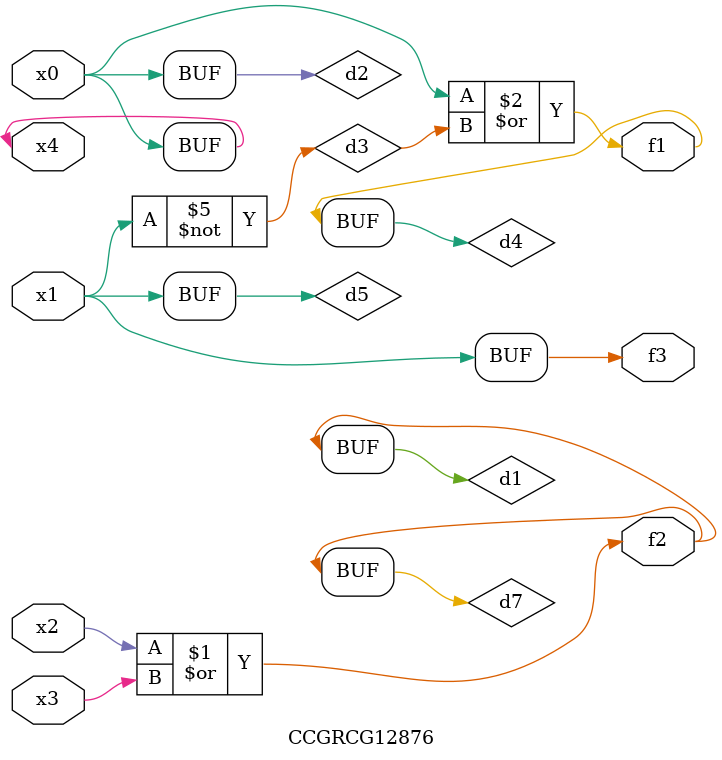
<source format=v>
module CCGRCG12876(
	input x0, x1, x2, x3, x4,
	output f1, f2, f3
);

	wire d1, d2, d3, d4, d5, d6, d7;

	or (d1, x2, x3);
	buf (d2, x0, x4);
	not (d3, x1);
	or (d4, d2, d3);
	not (d5, d3);
	nand (d6, d1, d3);
	or (d7, d1);
	assign f1 = d4;
	assign f2 = d7;
	assign f3 = d5;
endmodule

</source>
